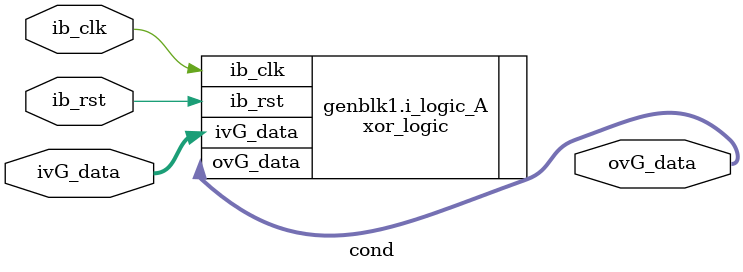
<source format=v>

module cond #
  (
    parameter PAR_IF_A = 1,
    parameter PAR_IF_B = 0,
    parameter PAR_IF_C = 0,
    parameter PAR_XOR_A = 16'h0F0F,
    parameter PAR_XOR_B = 16'hF0F0,
    parameter PAR_XOR_C = 16'h0F0F,
    parameter PAR_XOR_D = 16'h0F0F,
    parameter PAR_DATA_BITS = 16
  )
  (
    input wire ib_clk,
    input wire ib_rst,
    
    input wire [PAR_DATA_BITS-1:0] ivG_data,
    output wire [PAR_DATA_BITS-1:0] ovG_data
  );
  
  generate
    if (PAR_IF_A==1) 
    begin
      xor_logic #(
          .PAR_DATA_BITS(PAR_DATA_BITS),
          .PAR_XOR(PAR_XOR_A)
        ) i_logic_A (
          .ib_clk(ib_clk),
          .ib_rst(ib_rst),
          
          .ivG_data(ivG_data),
          .ovG_data(ovG_data)
        );
    end else if (PAR_IF_B==1) begin
      xor_logic #(
          .PAR_DATA_BITS(PAR_DATA_BITS),
          .PAR_XOR(PAR_XOR_B)
        ) i_logic_B (
          .ib_clk(ib_clk),
          .ib_rst(ib_rst),
          
          .ivG_data(ivG_data),
          .ovG_data(ovG_data)
        );
    end else if (PAR_IF_C==1) begin
      xor_logic #(
          .PAR_DATA_BITS(PAR_DATA_BITS),
          .PAR_XOR(PAR_XOR_C)
        ) i_logic_C (
          .ib_clk(ib_clk),
          .ib_rst(ib_rst),
          
          .ivG_data(ivG_data),
          .ovG_data(ovG_data)
        );
    end else begin
      xor_logic #(
          .PAR_DATA_BITS(PAR_DATA_BITS),
          .PAR_XOR(PAR_XOR_D)
        ) i_logic_D (
          .ib_clk(ib_clk),
          .ib_rst(ib_rst),
          
          .ivG_data(ivG_data),
          .ovG_data(ovG_data)
        );
    end
  endgenerate
endmodule


</source>
